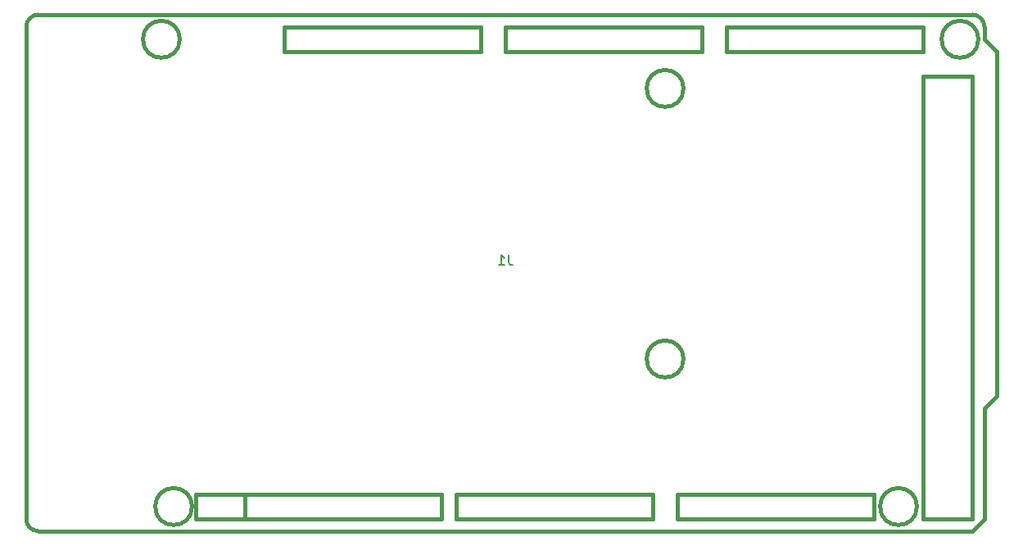
<source format=gbr>
G04 #@! TF.FileFunction,Legend,Bot*
%FSLAX46Y46*%
G04 Gerber Fmt 4.6, Leading zero omitted, Abs format (unit mm)*
G04 Created by KiCad (PCBNEW 4.0.7) date 06/05/18 15:50:16*
%MOMM*%
%LPD*%
G01*
G04 APERTURE LIST*
%ADD10C,0.100000*%
%ADD11C,0.381000*%
%ADD12C,0.203200*%
G04 APERTURE END LIST*
D10*
D11*
X44349200Y-112548800D02*
G75*
G02X43079200Y-111278800I0J1270000D01*
G01*
X44349200Y-112548800D02*
X140869200Y-112548800D01*
X43079200Y-60478800D02*
X43079200Y-111278800D01*
X43079200Y-60478800D02*
G75*
G02X44349200Y-59208800I1270000J0D01*
G01*
X44349200Y-59208800D02*
X140869200Y-59208800D01*
X140869200Y-59208800D02*
G75*
G02X142139200Y-60478800I0J-1270000D01*
G01*
X140869200Y-112548800D02*
X142139200Y-111278800D01*
X142139200Y-111278800D02*
X142139200Y-99848800D01*
X142139200Y-99848800D02*
X143409200Y-98578800D01*
X143409200Y-98578800D02*
X143409200Y-63018800D01*
X143409200Y-63018800D02*
X142139200Y-61748800D01*
X142139200Y-61748800D02*
X142139200Y-60478800D01*
X65685200Y-111278800D02*
X60605200Y-111278800D01*
X60605200Y-111278800D02*
X60605200Y-108738800D01*
X60605200Y-108738800D02*
X65685200Y-108738800D01*
X60224200Y-110008800D02*
G75*
G03X60224200Y-110008800I-1905000J0D01*
G01*
X111024200Y-94768800D02*
G75*
G03X111024200Y-94768800I-1905000J0D01*
G01*
X135154200Y-110008800D02*
G75*
G03X135154200Y-110008800I-1905000J0D01*
G01*
X86005200Y-108738800D02*
X65685200Y-108738800D01*
X65685200Y-108738800D02*
X65685200Y-111278800D01*
X86005200Y-108738800D02*
X86005200Y-111278800D01*
X86005200Y-111278800D02*
X65685200Y-111278800D01*
X107849200Y-111278800D02*
X107849200Y-108738800D01*
X107849200Y-108738800D02*
X87529200Y-108738800D01*
X87529200Y-108738800D02*
X87529200Y-111278800D01*
X87529200Y-111278800D02*
X107849200Y-111278800D01*
X130709200Y-111278800D02*
X110389200Y-111278800D01*
X110389200Y-111278800D02*
X110389200Y-108738800D01*
X110389200Y-108738800D02*
X130709200Y-108738800D01*
X130709200Y-108738800D02*
X130709200Y-111278800D01*
X135789200Y-65558800D02*
X140869200Y-65558800D01*
X140869200Y-65558800D02*
X140869200Y-111278800D01*
X140869200Y-111278800D02*
X135789200Y-111278800D01*
X135789200Y-111278800D02*
X135789200Y-65558800D01*
X141504200Y-61748800D02*
G75*
G03X141504200Y-61748800I-1905000J0D01*
G01*
X111024200Y-66828800D02*
G75*
G03X111024200Y-66828800I-1905000J0D01*
G01*
X58954200Y-61748800D02*
G75*
G03X58954200Y-61748800I-1905000J0D01*
G01*
X135789200Y-60478800D02*
X115469200Y-60478800D01*
X115469200Y-63018800D02*
X135789200Y-63018800D01*
X112929200Y-63018800D02*
X92609200Y-63018800D01*
X92609200Y-60478800D02*
X112929200Y-60478800D01*
X69749200Y-60478800D02*
X90069200Y-60478800D01*
X90069200Y-63018800D02*
X69749200Y-63018800D01*
X112929200Y-60478800D02*
X112929200Y-63018800D01*
X115469200Y-60478800D02*
X115469200Y-63018800D01*
X92609200Y-63018800D02*
X92609200Y-60478800D01*
X90069200Y-63018800D02*
X90069200Y-60478800D01*
X135789200Y-63018800D02*
X135789200Y-60478800D01*
X69749200Y-60478800D02*
X69749200Y-63018800D01*
D12*
X92947867Y-84052419D02*
X92947867Y-84778133D01*
X92996247Y-84923276D01*
X93093009Y-85020038D01*
X93238152Y-85068419D01*
X93334914Y-85068419D01*
X91931867Y-85068419D02*
X92512438Y-85068419D01*
X92222152Y-85068419D02*
X92222152Y-84052419D01*
X92318914Y-84197562D01*
X92415676Y-84294324D01*
X92512438Y-84342705D01*
M02*

</source>
